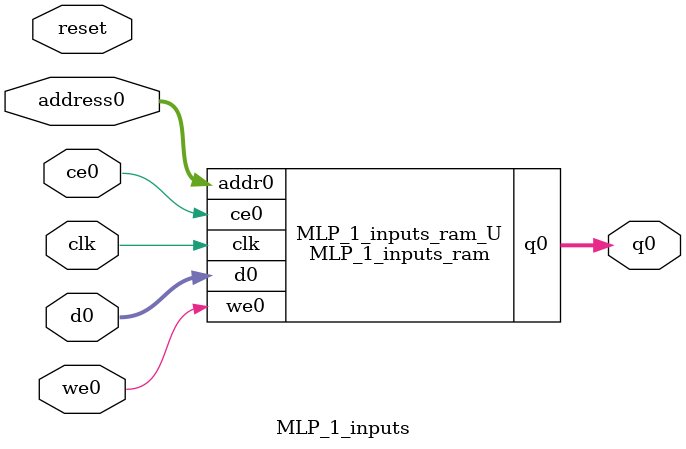
<source format=v>
`timescale 1 ns / 1 ps
module MLP_1_inputs_ram (addr0, ce0, d0, we0, q0,  clk);

parameter DWIDTH = 32;
parameter AWIDTH = 8;
parameter MEM_SIZE = 256;

input[AWIDTH-1:0] addr0;
input ce0;
input[DWIDTH-1:0] d0;
input we0;
output reg[DWIDTH-1:0] q0;
input clk;

(* ram_style = "block" *)reg [DWIDTH-1:0] ram[0:MEM_SIZE-1];




always @(posedge clk)  
begin 
    if (ce0) begin
        if (we0) 
            ram[addr0] <= d0; 
        q0 <= ram[addr0];
    end
end


endmodule

`timescale 1 ns / 1 ps
module MLP_1_inputs(
    reset,
    clk,
    address0,
    ce0,
    we0,
    d0,
    q0);

parameter DataWidth = 32'd32;
parameter AddressRange = 32'd256;
parameter AddressWidth = 32'd8;
input reset;
input clk;
input[AddressWidth - 1:0] address0;
input ce0;
input we0;
input[DataWidth - 1:0] d0;
output[DataWidth - 1:0] q0;



MLP_1_inputs_ram MLP_1_inputs_ram_U(
    .clk( clk ),
    .addr0( address0 ),
    .ce0( ce0 ),
    .we0( we0 ),
    .d0( d0 ),
    .q0( q0 ));

endmodule


</source>
